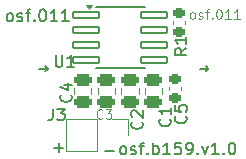
<source format=gbr>
%TF.GenerationSoftware,KiCad,Pcbnew,8.0.7*%
%TF.CreationDate,2025-01-17T17:05:41+01:00*%
%TF.ProjectId,board,626f6172-642e-46b6-9963-61645f706362,rev?*%
%TF.SameCoordinates,Original*%
%TF.FileFunction,Legend,Top*%
%TF.FilePolarity,Positive*%
%FSLAX46Y46*%
G04 Gerber Fmt 4.6, Leading zero omitted, Abs format (unit mm)*
G04 Created by KiCad (PCBNEW 8.0.7) date 2025-01-17 17:05:41*
%MOMM*%
%LPD*%
G01*
G04 APERTURE LIST*
G04 Aperture macros list*
%AMRoundRect*
0 Rectangle with rounded corners*
0 $1 Rounding radius*
0 $2 $3 $4 $5 $6 $7 $8 $9 X,Y pos of 4 corners*
0 Add a 4 corners polygon primitive as box body*
4,1,4,$2,$3,$4,$5,$6,$7,$8,$9,$2,$3,0*
0 Add four circle primitives for the rounded corners*
1,1,$1+$1,$2,$3*
1,1,$1+$1,$4,$5*
1,1,$1+$1,$6,$7*
1,1,$1+$1,$8,$9*
0 Add four rect primitives between the rounded corners*
20,1,$1+$1,$2,$3,$4,$5,0*
20,1,$1+$1,$4,$5,$6,$7,0*
20,1,$1+$1,$6,$7,$8,$9,0*
20,1,$1+$1,$8,$9,$2,$3,0*%
G04 Aperture macros list end*
%ADD10C,0.150000*%
%ADD11C,0.100000*%
%ADD12C,0.120000*%
%ADD13C,0.153000*%
%ADD14R,1.700000X1.700000*%
%ADD15O,1.700000X1.700000*%
%ADD16R,2.400000X3.100000*%
%ADD17RoundRect,0.070000X-1.100000X-0.250000X1.100000X-0.250000X1.100000X0.250000X-1.100000X0.250000X0*%
%ADD18C,0.770000*%
%ADD19RoundRect,0.225000X0.250000X-0.225000X0.250000X0.225000X-0.250000X0.225000X-0.250000X-0.225000X0*%
%ADD20R,3.500000X1.000000*%
%ADD21RoundRect,0.225000X-0.250000X0.225000X-0.250000X-0.225000X0.250000X-0.225000X0.250000X0.225000X0*%
%ADD22RoundRect,0.250000X-0.475000X0.250000X-0.475000X-0.250000X0.475000X-0.250000X0.475000X0.250000X0*%
G04 APERTURE END LIST*
D10*
X148916779Y-102418866D02*
X149678684Y-102418866D01*
X144616779Y-102188866D02*
X145378684Y-102188866D01*
X144997731Y-102569819D02*
X144997731Y-101807914D01*
D11*
X156250550Y-91256895D02*
X156174360Y-91218800D01*
X156174360Y-91218800D02*
X156136265Y-91180704D01*
X156136265Y-91180704D02*
X156098169Y-91104514D01*
X156098169Y-91104514D02*
X156098169Y-90875942D01*
X156098169Y-90875942D02*
X156136265Y-90799752D01*
X156136265Y-90799752D02*
X156174360Y-90761657D01*
X156174360Y-90761657D02*
X156250550Y-90723561D01*
X156250550Y-90723561D02*
X156364836Y-90723561D01*
X156364836Y-90723561D02*
X156441027Y-90761657D01*
X156441027Y-90761657D02*
X156479122Y-90799752D01*
X156479122Y-90799752D02*
X156517217Y-90875942D01*
X156517217Y-90875942D02*
X156517217Y-91104514D01*
X156517217Y-91104514D02*
X156479122Y-91180704D01*
X156479122Y-91180704D02*
X156441027Y-91218800D01*
X156441027Y-91218800D02*
X156364836Y-91256895D01*
X156364836Y-91256895D02*
X156250550Y-91256895D01*
X156821979Y-91218800D02*
X156898170Y-91256895D01*
X156898170Y-91256895D02*
X157050551Y-91256895D01*
X157050551Y-91256895D02*
X157126741Y-91218800D01*
X157126741Y-91218800D02*
X157164837Y-91142609D01*
X157164837Y-91142609D02*
X157164837Y-91104514D01*
X157164837Y-91104514D02*
X157126741Y-91028323D01*
X157126741Y-91028323D02*
X157050551Y-90990228D01*
X157050551Y-90990228D02*
X156936265Y-90990228D01*
X156936265Y-90990228D02*
X156860075Y-90952133D01*
X156860075Y-90952133D02*
X156821979Y-90875942D01*
X156821979Y-90875942D02*
X156821979Y-90837847D01*
X156821979Y-90837847D02*
X156860075Y-90761657D01*
X156860075Y-90761657D02*
X156936265Y-90723561D01*
X156936265Y-90723561D02*
X157050551Y-90723561D01*
X157050551Y-90723561D02*
X157126741Y-90761657D01*
X157393408Y-90723561D02*
X157698170Y-90723561D01*
X157507694Y-91256895D02*
X157507694Y-90571180D01*
X157507694Y-90571180D02*
X157545789Y-90494990D01*
X157545789Y-90494990D02*
X157621979Y-90456895D01*
X157621979Y-90456895D02*
X157698170Y-90456895D01*
X157964837Y-91180704D02*
X158002932Y-91218800D01*
X158002932Y-91218800D02*
X157964837Y-91256895D01*
X157964837Y-91256895D02*
X157926741Y-91218800D01*
X157926741Y-91218800D02*
X157964837Y-91180704D01*
X157964837Y-91180704D02*
X157964837Y-91256895D01*
X158498170Y-90456895D02*
X158574360Y-90456895D01*
X158574360Y-90456895D02*
X158650551Y-90494990D01*
X158650551Y-90494990D02*
X158688646Y-90533085D01*
X158688646Y-90533085D02*
X158726741Y-90609276D01*
X158726741Y-90609276D02*
X158764836Y-90761657D01*
X158764836Y-90761657D02*
X158764836Y-90952133D01*
X158764836Y-90952133D02*
X158726741Y-91104514D01*
X158726741Y-91104514D02*
X158688646Y-91180704D01*
X158688646Y-91180704D02*
X158650551Y-91218800D01*
X158650551Y-91218800D02*
X158574360Y-91256895D01*
X158574360Y-91256895D02*
X158498170Y-91256895D01*
X158498170Y-91256895D02*
X158421979Y-91218800D01*
X158421979Y-91218800D02*
X158383884Y-91180704D01*
X158383884Y-91180704D02*
X158345789Y-91104514D01*
X158345789Y-91104514D02*
X158307693Y-90952133D01*
X158307693Y-90952133D02*
X158307693Y-90761657D01*
X158307693Y-90761657D02*
X158345789Y-90609276D01*
X158345789Y-90609276D02*
X158383884Y-90533085D01*
X158383884Y-90533085D02*
X158421979Y-90494990D01*
X158421979Y-90494990D02*
X158498170Y-90456895D01*
X159526741Y-91256895D02*
X159069598Y-91256895D01*
X159298170Y-91256895D02*
X159298170Y-90456895D01*
X159298170Y-90456895D02*
X159221979Y-90571180D01*
X159221979Y-90571180D02*
X159145789Y-90647371D01*
X159145789Y-90647371D02*
X159069598Y-90685466D01*
X160288646Y-91256895D02*
X159831503Y-91256895D01*
X160060075Y-91256895D02*
X160060075Y-90456895D01*
X160060075Y-90456895D02*
X159983884Y-90571180D01*
X159983884Y-90571180D02*
X159907694Y-90647371D01*
X159907694Y-90647371D02*
X159831503Y-90685466D01*
D10*
X140769636Y-91469819D02*
X140674398Y-91422200D01*
X140674398Y-91422200D02*
X140626779Y-91374580D01*
X140626779Y-91374580D02*
X140579160Y-91279342D01*
X140579160Y-91279342D02*
X140579160Y-90993628D01*
X140579160Y-90993628D02*
X140626779Y-90898390D01*
X140626779Y-90898390D02*
X140674398Y-90850771D01*
X140674398Y-90850771D02*
X140769636Y-90803152D01*
X140769636Y-90803152D02*
X140912493Y-90803152D01*
X140912493Y-90803152D02*
X141007731Y-90850771D01*
X141007731Y-90850771D02*
X141055350Y-90898390D01*
X141055350Y-90898390D02*
X141102969Y-90993628D01*
X141102969Y-90993628D02*
X141102969Y-91279342D01*
X141102969Y-91279342D02*
X141055350Y-91374580D01*
X141055350Y-91374580D02*
X141007731Y-91422200D01*
X141007731Y-91422200D02*
X140912493Y-91469819D01*
X140912493Y-91469819D02*
X140769636Y-91469819D01*
X141483922Y-91422200D02*
X141579160Y-91469819D01*
X141579160Y-91469819D02*
X141769636Y-91469819D01*
X141769636Y-91469819D02*
X141864874Y-91422200D01*
X141864874Y-91422200D02*
X141912493Y-91326961D01*
X141912493Y-91326961D02*
X141912493Y-91279342D01*
X141912493Y-91279342D02*
X141864874Y-91184104D01*
X141864874Y-91184104D02*
X141769636Y-91136485D01*
X141769636Y-91136485D02*
X141626779Y-91136485D01*
X141626779Y-91136485D02*
X141531541Y-91088866D01*
X141531541Y-91088866D02*
X141483922Y-90993628D01*
X141483922Y-90993628D02*
X141483922Y-90946009D01*
X141483922Y-90946009D02*
X141531541Y-90850771D01*
X141531541Y-90850771D02*
X141626779Y-90803152D01*
X141626779Y-90803152D02*
X141769636Y-90803152D01*
X141769636Y-90803152D02*
X141864874Y-90850771D01*
X142198208Y-90803152D02*
X142579160Y-90803152D01*
X142341065Y-91469819D02*
X142341065Y-90612676D01*
X142341065Y-90612676D02*
X142388684Y-90517438D01*
X142388684Y-90517438D02*
X142483922Y-90469819D01*
X142483922Y-90469819D02*
X142579160Y-90469819D01*
X142912494Y-91374580D02*
X142960113Y-91422200D01*
X142960113Y-91422200D02*
X142912494Y-91469819D01*
X142912494Y-91469819D02*
X142864875Y-91422200D01*
X142864875Y-91422200D02*
X142912494Y-91374580D01*
X142912494Y-91374580D02*
X142912494Y-91469819D01*
X143579160Y-90469819D02*
X143674398Y-90469819D01*
X143674398Y-90469819D02*
X143769636Y-90517438D01*
X143769636Y-90517438D02*
X143817255Y-90565057D01*
X143817255Y-90565057D02*
X143864874Y-90660295D01*
X143864874Y-90660295D02*
X143912493Y-90850771D01*
X143912493Y-90850771D02*
X143912493Y-91088866D01*
X143912493Y-91088866D02*
X143864874Y-91279342D01*
X143864874Y-91279342D02*
X143817255Y-91374580D01*
X143817255Y-91374580D02*
X143769636Y-91422200D01*
X143769636Y-91422200D02*
X143674398Y-91469819D01*
X143674398Y-91469819D02*
X143579160Y-91469819D01*
X143579160Y-91469819D02*
X143483922Y-91422200D01*
X143483922Y-91422200D02*
X143436303Y-91374580D01*
X143436303Y-91374580D02*
X143388684Y-91279342D01*
X143388684Y-91279342D02*
X143341065Y-91088866D01*
X143341065Y-91088866D02*
X143341065Y-90850771D01*
X143341065Y-90850771D02*
X143388684Y-90660295D01*
X143388684Y-90660295D02*
X143436303Y-90565057D01*
X143436303Y-90565057D02*
X143483922Y-90517438D01*
X143483922Y-90517438D02*
X143579160Y-90469819D01*
X144864874Y-91469819D02*
X144293446Y-91469819D01*
X144579160Y-91469819D02*
X144579160Y-90469819D01*
X144579160Y-90469819D02*
X144483922Y-90612676D01*
X144483922Y-90612676D02*
X144388684Y-90707914D01*
X144388684Y-90707914D02*
X144293446Y-90755533D01*
X145817255Y-91469819D02*
X145245827Y-91469819D01*
X145531541Y-91469819D02*
X145531541Y-90469819D01*
X145531541Y-90469819D02*
X145436303Y-90612676D01*
X145436303Y-90612676D02*
X145341065Y-90707914D01*
X145341065Y-90707914D02*
X145245827Y-90755533D01*
X150369636Y-102739819D02*
X150274398Y-102692200D01*
X150274398Y-102692200D02*
X150226779Y-102644580D01*
X150226779Y-102644580D02*
X150179160Y-102549342D01*
X150179160Y-102549342D02*
X150179160Y-102263628D01*
X150179160Y-102263628D02*
X150226779Y-102168390D01*
X150226779Y-102168390D02*
X150274398Y-102120771D01*
X150274398Y-102120771D02*
X150369636Y-102073152D01*
X150369636Y-102073152D02*
X150512493Y-102073152D01*
X150512493Y-102073152D02*
X150607731Y-102120771D01*
X150607731Y-102120771D02*
X150655350Y-102168390D01*
X150655350Y-102168390D02*
X150702969Y-102263628D01*
X150702969Y-102263628D02*
X150702969Y-102549342D01*
X150702969Y-102549342D02*
X150655350Y-102644580D01*
X150655350Y-102644580D02*
X150607731Y-102692200D01*
X150607731Y-102692200D02*
X150512493Y-102739819D01*
X150512493Y-102739819D02*
X150369636Y-102739819D01*
X151083922Y-102692200D02*
X151179160Y-102739819D01*
X151179160Y-102739819D02*
X151369636Y-102739819D01*
X151369636Y-102739819D02*
X151464874Y-102692200D01*
X151464874Y-102692200D02*
X151512493Y-102596961D01*
X151512493Y-102596961D02*
X151512493Y-102549342D01*
X151512493Y-102549342D02*
X151464874Y-102454104D01*
X151464874Y-102454104D02*
X151369636Y-102406485D01*
X151369636Y-102406485D02*
X151226779Y-102406485D01*
X151226779Y-102406485D02*
X151131541Y-102358866D01*
X151131541Y-102358866D02*
X151083922Y-102263628D01*
X151083922Y-102263628D02*
X151083922Y-102216009D01*
X151083922Y-102216009D02*
X151131541Y-102120771D01*
X151131541Y-102120771D02*
X151226779Y-102073152D01*
X151226779Y-102073152D02*
X151369636Y-102073152D01*
X151369636Y-102073152D02*
X151464874Y-102120771D01*
X151798208Y-102073152D02*
X152179160Y-102073152D01*
X151941065Y-102739819D02*
X151941065Y-101882676D01*
X151941065Y-101882676D02*
X151988684Y-101787438D01*
X151988684Y-101787438D02*
X152083922Y-101739819D01*
X152083922Y-101739819D02*
X152179160Y-101739819D01*
X152512494Y-102644580D02*
X152560113Y-102692200D01*
X152560113Y-102692200D02*
X152512494Y-102739819D01*
X152512494Y-102739819D02*
X152464875Y-102692200D01*
X152464875Y-102692200D02*
X152512494Y-102644580D01*
X152512494Y-102644580D02*
X152512494Y-102739819D01*
X152988684Y-102739819D02*
X152988684Y-101739819D01*
X152988684Y-102120771D02*
X153083922Y-102073152D01*
X153083922Y-102073152D02*
X153274398Y-102073152D01*
X153274398Y-102073152D02*
X153369636Y-102120771D01*
X153369636Y-102120771D02*
X153417255Y-102168390D01*
X153417255Y-102168390D02*
X153464874Y-102263628D01*
X153464874Y-102263628D02*
X153464874Y-102549342D01*
X153464874Y-102549342D02*
X153417255Y-102644580D01*
X153417255Y-102644580D02*
X153369636Y-102692200D01*
X153369636Y-102692200D02*
X153274398Y-102739819D01*
X153274398Y-102739819D02*
X153083922Y-102739819D01*
X153083922Y-102739819D02*
X152988684Y-102692200D01*
X154417255Y-102739819D02*
X153845827Y-102739819D01*
X154131541Y-102739819D02*
X154131541Y-101739819D01*
X154131541Y-101739819D02*
X154036303Y-101882676D01*
X154036303Y-101882676D02*
X153941065Y-101977914D01*
X153941065Y-101977914D02*
X153845827Y-102025533D01*
X155322017Y-101739819D02*
X154845827Y-101739819D01*
X154845827Y-101739819D02*
X154798208Y-102216009D01*
X154798208Y-102216009D02*
X154845827Y-102168390D01*
X154845827Y-102168390D02*
X154941065Y-102120771D01*
X154941065Y-102120771D02*
X155179160Y-102120771D01*
X155179160Y-102120771D02*
X155274398Y-102168390D01*
X155274398Y-102168390D02*
X155322017Y-102216009D01*
X155322017Y-102216009D02*
X155369636Y-102311247D01*
X155369636Y-102311247D02*
X155369636Y-102549342D01*
X155369636Y-102549342D02*
X155322017Y-102644580D01*
X155322017Y-102644580D02*
X155274398Y-102692200D01*
X155274398Y-102692200D02*
X155179160Y-102739819D01*
X155179160Y-102739819D02*
X154941065Y-102739819D01*
X154941065Y-102739819D02*
X154845827Y-102692200D01*
X154845827Y-102692200D02*
X154798208Y-102644580D01*
X155845827Y-102739819D02*
X156036303Y-102739819D01*
X156036303Y-102739819D02*
X156131541Y-102692200D01*
X156131541Y-102692200D02*
X156179160Y-102644580D01*
X156179160Y-102644580D02*
X156274398Y-102501723D01*
X156274398Y-102501723D02*
X156322017Y-102311247D01*
X156322017Y-102311247D02*
X156322017Y-101930295D01*
X156322017Y-101930295D02*
X156274398Y-101835057D01*
X156274398Y-101835057D02*
X156226779Y-101787438D01*
X156226779Y-101787438D02*
X156131541Y-101739819D01*
X156131541Y-101739819D02*
X155941065Y-101739819D01*
X155941065Y-101739819D02*
X155845827Y-101787438D01*
X155845827Y-101787438D02*
X155798208Y-101835057D01*
X155798208Y-101835057D02*
X155750589Y-101930295D01*
X155750589Y-101930295D02*
X155750589Y-102168390D01*
X155750589Y-102168390D02*
X155798208Y-102263628D01*
X155798208Y-102263628D02*
X155845827Y-102311247D01*
X155845827Y-102311247D02*
X155941065Y-102358866D01*
X155941065Y-102358866D02*
X156131541Y-102358866D01*
X156131541Y-102358866D02*
X156226779Y-102311247D01*
X156226779Y-102311247D02*
X156274398Y-102263628D01*
X156274398Y-102263628D02*
X156322017Y-102168390D01*
X156750589Y-102644580D02*
X156798208Y-102692200D01*
X156798208Y-102692200D02*
X156750589Y-102739819D01*
X156750589Y-102739819D02*
X156702970Y-102692200D01*
X156702970Y-102692200D02*
X156750589Y-102644580D01*
X156750589Y-102644580D02*
X156750589Y-102739819D01*
X157131541Y-102073152D02*
X157369636Y-102739819D01*
X157369636Y-102739819D02*
X157607731Y-102073152D01*
X158512493Y-102739819D02*
X157941065Y-102739819D01*
X158226779Y-102739819D02*
X158226779Y-101739819D01*
X158226779Y-101739819D02*
X158131541Y-101882676D01*
X158131541Y-101882676D02*
X158036303Y-101977914D01*
X158036303Y-101977914D02*
X157941065Y-102025533D01*
X158941065Y-102644580D02*
X158988684Y-102692200D01*
X158988684Y-102692200D02*
X158941065Y-102739819D01*
X158941065Y-102739819D02*
X158893446Y-102692200D01*
X158893446Y-102692200D02*
X158941065Y-102644580D01*
X158941065Y-102644580D02*
X158941065Y-102739819D01*
X159607731Y-101739819D02*
X159702969Y-101739819D01*
X159702969Y-101739819D02*
X159798207Y-101787438D01*
X159798207Y-101787438D02*
X159845826Y-101835057D01*
X159845826Y-101835057D02*
X159893445Y-101930295D01*
X159893445Y-101930295D02*
X159941064Y-102120771D01*
X159941064Y-102120771D02*
X159941064Y-102358866D01*
X159941064Y-102358866D02*
X159893445Y-102549342D01*
X159893445Y-102549342D02*
X159845826Y-102644580D01*
X159845826Y-102644580D02*
X159798207Y-102692200D01*
X159798207Y-102692200D02*
X159702969Y-102739819D01*
X159702969Y-102739819D02*
X159607731Y-102739819D01*
X159607731Y-102739819D02*
X159512493Y-102692200D01*
X159512493Y-102692200D02*
X159464874Y-102644580D01*
X159464874Y-102644580D02*
X159417255Y-102549342D01*
X159417255Y-102549342D02*
X159369636Y-102358866D01*
X159369636Y-102358866D02*
X159369636Y-102120771D01*
X159369636Y-102120771D02*
X159417255Y-101930295D01*
X159417255Y-101930295D02*
X159464874Y-101835057D01*
X159464874Y-101835057D02*
X159512493Y-101787438D01*
X159512493Y-101787438D02*
X159607731Y-101739819D01*
X144476666Y-98874819D02*
X144476666Y-99589104D01*
X144476666Y-99589104D02*
X144429047Y-99731961D01*
X144429047Y-99731961D02*
X144333809Y-99827200D01*
X144333809Y-99827200D02*
X144190952Y-99874819D01*
X144190952Y-99874819D02*
X144095714Y-99874819D01*
X144857619Y-98874819D02*
X145476666Y-98874819D01*
X145476666Y-98874819D02*
X145143333Y-99255771D01*
X145143333Y-99255771D02*
X145286190Y-99255771D01*
X145286190Y-99255771D02*
X145381428Y-99303390D01*
X145381428Y-99303390D02*
X145429047Y-99351009D01*
X145429047Y-99351009D02*
X145476666Y-99446247D01*
X145476666Y-99446247D02*
X145476666Y-99684342D01*
X145476666Y-99684342D02*
X145429047Y-99779580D01*
X145429047Y-99779580D02*
X145381428Y-99827200D01*
X145381428Y-99827200D02*
X145286190Y-99874819D01*
X145286190Y-99874819D02*
X145000476Y-99874819D01*
X145000476Y-99874819D02*
X144905238Y-99827200D01*
X144905238Y-99827200D02*
X144857619Y-99779580D01*
X144718095Y-94324819D02*
X144718095Y-95134342D01*
X144718095Y-95134342D02*
X144765714Y-95229580D01*
X144765714Y-95229580D02*
X144813333Y-95277200D01*
X144813333Y-95277200D02*
X144908571Y-95324819D01*
X144908571Y-95324819D02*
X145099047Y-95324819D01*
X145099047Y-95324819D02*
X145194285Y-95277200D01*
X145194285Y-95277200D02*
X145241904Y-95229580D01*
X145241904Y-95229580D02*
X145289523Y-95134342D01*
X145289523Y-95134342D02*
X145289523Y-94324819D01*
X146289523Y-95324819D02*
X145718095Y-95324819D01*
X146003809Y-95324819D02*
X146003809Y-94324819D01*
X146003809Y-94324819D02*
X145908571Y-94467676D01*
X145908571Y-94467676D02*
X145813333Y-94562914D01*
X145813333Y-94562914D02*
X145718095Y-94610533D01*
X155794819Y-93756666D02*
X155318628Y-94089999D01*
X155794819Y-94328094D02*
X154794819Y-94328094D01*
X154794819Y-94328094D02*
X154794819Y-93947142D01*
X154794819Y-93947142D02*
X154842438Y-93851904D01*
X154842438Y-93851904D02*
X154890057Y-93804285D01*
X154890057Y-93804285D02*
X154985295Y-93756666D01*
X154985295Y-93756666D02*
X155128152Y-93756666D01*
X155128152Y-93756666D02*
X155223390Y-93804285D01*
X155223390Y-93804285D02*
X155271009Y-93851904D01*
X155271009Y-93851904D02*
X155318628Y-93947142D01*
X155318628Y-93947142D02*
X155318628Y-94328094D01*
X155794819Y-92804285D02*
X155794819Y-93375713D01*
X155794819Y-93089999D02*
X154794819Y-93089999D01*
X154794819Y-93089999D02*
X154937676Y-93185237D01*
X154937676Y-93185237D02*
X155032914Y-93280475D01*
X155032914Y-93280475D02*
X155080533Y-93375713D01*
X155719580Y-99496666D02*
X155767200Y-99544285D01*
X155767200Y-99544285D02*
X155814819Y-99687142D01*
X155814819Y-99687142D02*
X155814819Y-99782380D01*
X155814819Y-99782380D02*
X155767200Y-99925237D01*
X155767200Y-99925237D02*
X155671961Y-100020475D01*
X155671961Y-100020475D02*
X155576723Y-100068094D01*
X155576723Y-100068094D02*
X155386247Y-100115713D01*
X155386247Y-100115713D02*
X155243390Y-100115713D01*
X155243390Y-100115713D02*
X155052914Y-100068094D01*
X155052914Y-100068094D02*
X154957676Y-100020475D01*
X154957676Y-100020475D02*
X154862438Y-99925237D01*
X154862438Y-99925237D02*
X154814819Y-99782380D01*
X154814819Y-99782380D02*
X154814819Y-99687142D01*
X154814819Y-99687142D02*
X154862438Y-99544285D01*
X154862438Y-99544285D02*
X154910057Y-99496666D01*
X154814819Y-98591904D02*
X154814819Y-99068094D01*
X154814819Y-99068094D02*
X155291009Y-99115713D01*
X155291009Y-99115713D02*
X155243390Y-99068094D01*
X155243390Y-99068094D02*
X155195771Y-98972856D01*
X155195771Y-98972856D02*
X155195771Y-98734761D01*
X155195771Y-98734761D02*
X155243390Y-98639523D01*
X155243390Y-98639523D02*
X155291009Y-98591904D01*
X155291009Y-98591904D02*
X155386247Y-98544285D01*
X155386247Y-98544285D02*
X155624342Y-98544285D01*
X155624342Y-98544285D02*
X155719580Y-98591904D01*
X155719580Y-98591904D02*
X155767200Y-98639523D01*
X155767200Y-98639523D02*
X155814819Y-98734761D01*
X155814819Y-98734761D02*
X155814819Y-98972856D01*
X155814819Y-98972856D02*
X155767200Y-99068094D01*
X155767200Y-99068094D02*
X155719580Y-99115713D01*
X146009580Y-97686666D02*
X146057200Y-97734285D01*
X146057200Y-97734285D02*
X146104819Y-97877142D01*
X146104819Y-97877142D02*
X146104819Y-97972380D01*
X146104819Y-97972380D02*
X146057200Y-98115237D01*
X146057200Y-98115237D02*
X145961961Y-98210475D01*
X145961961Y-98210475D02*
X145866723Y-98258094D01*
X145866723Y-98258094D02*
X145676247Y-98305713D01*
X145676247Y-98305713D02*
X145533390Y-98305713D01*
X145533390Y-98305713D02*
X145342914Y-98258094D01*
X145342914Y-98258094D02*
X145247676Y-98210475D01*
X145247676Y-98210475D02*
X145152438Y-98115237D01*
X145152438Y-98115237D02*
X145104819Y-97972380D01*
X145104819Y-97972380D02*
X145104819Y-97877142D01*
X145104819Y-97877142D02*
X145152438Y-97734285D01*
X145152438Y-97734285D02*
X145200057Y-97686666D01*
X145438152Y-96829523D02*
X146104819Y-96829523D01*
X145057200Y-97067618D02*
X145771485Y-97305713D01*
X145771485Y-97305713D02*
X145771485Y-96686666D01*
D11*
X148676667Y-99648704D02*
X148638571Y-99686800D01*
X148638571Y-99686800D02*
X148524286Y-99724895D01*
X148524286Y-99724895D02*
X148448095Y-99724895D01*
X148448095Y-99724895D02*
X148333809Y-99686800D01*
X148333809Y-99686800D02*
X148257619Y-99610609D01*
X148257619Y-99610609D02*
X148219524Y-99534419D01*
X148219524Y-99534419D02*
X148181428Y-99382038D01*
X148181428Y-99382038D02*
X148181428Y-99267752D01*
X148181428Y-99267752D02*
X148219524Y-99115371D01*
X148219524Y-99115371D02*
X148257619Y-99039180D01*
X148257619Y-99039180D02*
X148333809Y-98962990D01*
X148333809Y-98962990D02*
X148448095Y-98924895D01*
X148448095Y-98924895D02*
X148524286Y-98924895D01*
X148524286Y-98924895D02*
X148638571Y-98962990D01*
X148638571Y-98962990D02*
X148676667Y-99001085D01*
X148943333Y-98924895D02*
X149438571Y-98924895D01*
X149438571Y-98924895D02*
X149171905Y-99229657D01*
X149171905Y-99229657D02*
X149286190Y-99229657D01*
X149286190Y-99229657D02*
X149362381Y-99267752D01*
X149362381Y-99267752D02*
X149400476Y-99305847D01*
X149400476Y-99305847D02*
X149438571Y-99382038D01*
X149438571Y-99382038D02*
X149438571Y-99572514D01*
X149438571Y-99572514D02*
X149400476Y-99648704D01*
X149400476Y-99648704D02*
X149362381Y-99686800D01*
X149362381Y-99686800D02*
X149286190Y-99724895D01*
X149286190Y-99724895D02*
X149057619Y-99724895D01*
X149057619Y-99724895D02*
X148981428Y-99686800D01*
X148981428Y-99686800D02*
X148943333Y-99648704D01*
D10*
X152009580Y-99966666D02*
X152057200Y-100014285D01*
X152057200Y-100014285D02*
X152104819Y-100157142D01*
X152104819Y-100157142D02*
X152104819Y-100252380D01*
X152104819Y-100252380D02*
X152057200Y-100395237D01*
X152057200Y-100395237D02*
X151961961Y-100490475D01*
X151961961Y-100490475D02*
X151866723Y-100538094D01*
X151866723Y-100538094D02*
X151676247Y-100585713D01*
X151676247Y-100585713D02*
X151533390Y-100585713D01*
X151533390Y-100585713D02*
X151342914Y-100538094D01*
X151342914Y-100538094D02*
X151247676Y-100490475D01*
X151247676Y-100490475D02*
X151152438Y-100395237D01*
X151152438Y-100395237D02*
X151104819Y-100252380D01*
X151104819Y-100252380D02*
X151104819Y-100157142D01*
X151104819Y-100157142D02*
X151152438Y-100014285D01*
X151152438Y-100014285D02*
X151200057Y-99966666D01*
X151200057Y-99585713D02*
X151152438Y-99538094D01*
X151152438Y-99538094D02*
X151104819Y-99442856D01*
X151104819Y-99442856D02*
X151104819Y-99204761D01*
X151104819Y-99204761D02*
X151152438Y-99109523D01*
X151152438Y-99109523D02*
X151200057Y-99061904D01*
X151200057Y-99061904D02*
X151295295Y-99014285D01*
X151295295Y-99014285D02*
X151390533Y-99014285D01*
X151390533Y-99014285D02*
X151533390Y-99061904D01*
X151533390Y-99061904D02*
X152104819Y-99633332D01*
X152104819Y-99633332D02*
X152104819Y-99014285D01*
X154369580Y-99746666D02*
X154417200Y-99794285D01*
X154417200Y-99794285D02*
X154464819Y-99937142D01*
X154464819Y-99937142D02*
X154464819Y-100032380D01*
X154464819Y-100032380D02*
X154417200Y-100175237D01*
X154417200Y-100175237D02*
X154321961Y-100270475D01*
X154321961Y-100270475D02*
X154226723Y-100318094D01*
X154226723Y-100318094D02*
X154036247Y-100365713D01*
X154036247Y-100365713D02*
X153893390Y-100365713D01*
X153893390Y-100365713D02*
X153702914Y-100318094D01*
X153702914Y-100318094D02*
X153607676Y-100270475D01*
X153607676Y-100270475D02*
X153512438Y-100175237D01*
X153512438Y-100175237D02*
X153464819Y-100032380D01*
X153464819Y-100032380D02*
X153464819Y-99937142D01*
X153464819Y-99937142D02*
X153512438Y-99794285D01*
X153512438Y-99794285D02*
X153560057Y-99746666D01*
X154464819Y-98794285D02*
X154464819Y-99365713D01*
X154464819Y-99079999D02*
X153464819Y-99079999D01*
X153464819Y-99079999D02*
X153607676Y-99175237D01*
X153607676Y-99175237D02*
X153702914Y-99270475D01*
X153702914Y-99270475D02*
X153750533Y-99365713D01*
D12*
%TO.C,J3*%
X150830000Y-99770000D02*
X150830000Y-101100000D01*
X149500000Y-99770000D02*
X150830000Y-99770000D01*
X148230000Y-99770000D02*
X145630000Y-99770000D01*
X148230000Y-99770000D02*
X148230000Y-102430000D01*
X145630000Y-99770000D02*
X145630000Y-102430000D01*
X148230000Y-102430000D02*
X145630000Y-102430000D01*
D10*
%TO.C,U1*%
X148125000Y-90305000D02*
X152275000Y-90305000D01*
X148125000Y-95455000D02*
X152275000Y-95455000D01*
D12*
X147525000Y-90405000D02*
X147285000Y-90075000D01*
X147765000Y-90075000D01*
X147525000Y-90405000D01*
G36*
X147525000Y-90405000D02*
G01*
X147285000Y-90075000D01*
X147765000Y-90075000D01*
X147525000Y-90405000D01*
G37*
%TO.C,R1*%
X154690000Y-91715580D02*
X154690000Y-91434420D01*
X155710000Y-91715580D02*
X155710000Y-91434420D01*
D13*
%TO.C,J2*%
X143850000Y-95300000D02*
X144050000Y-95500000D01*
X144050000Y-95500000D02*
X143323000Y-95500000D01*
X144050000Y-95500000D02*
X143850000Y-95700000D01*
%TO.C,J1*%
X156900000Y-95500000D02*
X157627000Y-95500000D01*
X157427000Y-95700000D02*
X157627000Y-95500000D01*
X157627000Y-95500000D02*
X157427000Y-95300000D01*
D12*
%TO.C,C5*%
X155310000Y-97034420D02*
X155310000Y-97315580D01*
X154290000Y-97034420D02*
X154290000Y-97315580D01*
%TO.C,C4*%
X147735000Y-97138748D02*
X147735000Y-97661252D01*
X146265000Y-97138748D02*
X146265000Y-97661252D01*
%TO.C,C3*%
X149735000Y-97138748D02*
X149735000Y-97661252D01*
X148265000Y-97138748D02*
X148265000Y-97661252D01*
%TO.C,C2*%
X151735000Y-97138748D02*
X151735000Y-97661252D01*
X150265000Y-97138748D02*
X150265000Y-97661252D01*
%TO.C,C1*%
X153735000Y-97138748D02*
X153735000Y-97661252D01*
X152265000Y-97138748D02*
X152265000Y-97661252D01*
%TD*%
%LPC*%
D14*
%TO.C,J3*%
X149500000Y-101100000D03*
D15*
X146960000Y-101100000D03*
%TD*%
D16*
%TO.C,U1*%
X150200000Y-92880000D03*
D17*
X147325000Y-90975000D03*
X147325000Y-92245000D03*
X147325000Y-93515000D03*
X147325000Y-94785000D03*
X153075000Y-94785000D03*
X153075000Y-93515000D03*
X153075000Y-92245000D03*
X153075000Y-90975000D03*
D18*
X149550000Y-91580000D03*
X149550000Y-92880000D03*
X149550000Y-94180000D03*
X150850000Y-91580000D03*
X150850000Y-92880000D03*
X150850000Y-94180000D03*
%TD*%
D19*
%TO.C,R1*%
X155200000Y-92350000D03*
X155200000Y-90800000D03*
%TD*%
D20*
%TO.C,J2*%
X142350000Y-92500000D03*
X142350000Y-94500000D03*
X142350000Y-96500000D03*
X142350000Y-98500000D03*
X142350000Y-100500000D03*
%TD*%
%TO.C,J1*%
X158650000Y-92500000D03*
X158650000Y-94500000D03*
X158650000Y-96500000D03*
X158650000Y-98500000D03*
X158650000Y-100500000D03*
%TD*%
D21*
%TO.C,C5*%
X154800000Y-96400000D03*
X154800000Y-97950000D03*
%TD*%
D22*
%TO.C,C4*%
X147000000Y-96450000D03*
X147000000Y-98350000D03*
%TD*%
%TO.C,C3*%
X149000000Y-96450000D03*
X149000000Y-98350000D03*
%TD*%
%TO.C,C2*%
X151000000Y-96450000D03*
X151000000Y-98350000D03*
%TD*%
%TO.C,C1*%
X153000000Y-96450000D03*
X153000000Y-98350000D03*
%TD*%
%LPD*%
M02*

</source>
